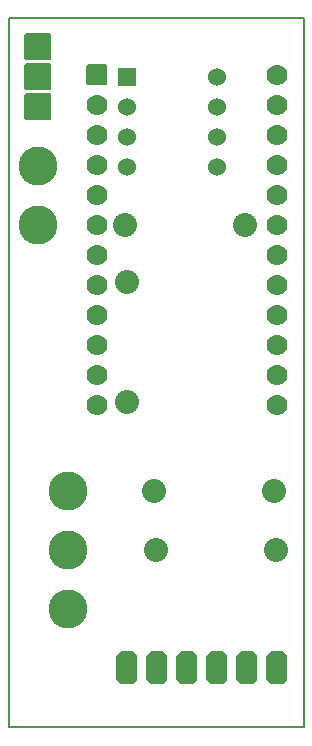
<source format=gbr>
G04 PROTEUS RS274X GERBER FILE*
%FSLAX26Y26*%
%MOIN*%
G01*
%AMPPAD012*
4,1,36,
-0.030000,0.035000,
0.030000,0.035000,
0.031022,0.034900,
0.031968,0.034614,
0.032818,0.034159,
0.033555,0.033555,
0.034159,0.032818,
0.034614,0.031968,
0.034900,0.031022,
0.035000,0.030000,
0.035000,-0.030000,
0.034900,-0.031022,
0.034614,-0.031968,
0.034159,-0.032818,
0.033555,-0.033555,
0.032818,-0.034159,
0.031968,-0.034614,
0.031022,-0.034900,
0.030000,-0.035000,
-0.030000,-0.035000,
-0.031022,-0.034900,
-0.031968,-0.034614,
-0.032818,-0.034159,
-0.033555,-0.033555,
-0.034159,-0.032818,
-0.034614,-0.031968,
-0.034900,-0.031022,
-0.035000,-0.030000,
-0.035000,0.030000,
-0.034900,0.031022,
-0.034614,0.031968,
-0.034159,0.032818,
-0.033555,0.033555,
-0.032818,0.034159,
-0.031968,0.034614,
-0.031022,0.034900,
-0.030000,0.035000,
0*%
%ADD20PPAD012*%
%ADD19C,0.070000*%
%AMPPAD013*
4,1,36,
0.030000,0.025000,
0.030000,-0.025000,
0.029900,-0.026022,
0.029614,-0.026968,
0.029159,-0.027818,
0.028555,-0.028555,
0.027818,-0.029159,
0.026968,-0.029614,
0.026022,-0.029900,
0.025000,-0.030000,
-0.025000,-0.030000,
-0.026022,-0.029900,
-0.026968,-0.029614,
-0.027818,-0.029159,
-0.028555,-0.028555,
-0.029159,-0.027818,
-0.029614,-0.026968,
-0.029900,-0.026022,
-0.030000,-0.025000,
-0.030000,0.025000,
-0.029900,0.026022,
-0.029614,0.026968,
-0.029159,0.027818,
-0.028555,0.028555,
-0.027818,0.029159,
-0.026968,0.029614,
-0.026022,0.029900,
-0.025000,0.030000,
0.025000,0.030000,
0.026022,0.029900,
0.026968,0.029614,
0.027818,0.029159,
0.028555,0.028555,
0.029159,0.027818,
0.029614,0.026968,
0.029900,0.026022,
0.030000,0.025000,
0*%
%ADD21PPAD013*%
%ADD13C,0.060000*%
%AMPPAD014*
4,1,8,
-0.020071,0.055000,
0.020071,0.055000,
0.035000,0.040071,
0.035000,-0.040071,
0.020071,-0.055000,
-0.020071,-0.055000,
-0.035000,-0.040071,
-0.035000,0.040071,
-0.020071,0.055000,
0*%
%ADD22PPAD014*%
%AMPPAD015*
4,1,36,
0.045000,0.040000,
0.045000,-0.040000,
0.044900,-0.041022,
0.044614,-0.041968,
0.044159,-0.042818,
0.043555,-0.043555,
0.042818,-0.044159,
0.041968,-0.044614,
0.041022,-0.044900,
0.040000,-0.045000,
-0.040000,-0.045000,
-0.041022,-0.044900,
-0.041968,-0.044614,
-0.042818,-0.044159,
-0.043555,-0.043555,
-0.044159,-0.042818,
-0.044614,-0.041968,
-0.044900,-0.041022,
-0.045000,-0.040000,
-0.045000,0.040000,
-0.044900,0.041022,
-0.044614,0.041968,
-0.044159,0.042818,
-0.043555,0.043555,
-0.042818,0.044159,
-0.041968,0.044614,
-0.041022,0.044900,
-0.040000,0.045000,
0.040000,0.045000,
0.041022,0.044900,
0.041968,0.044614,
0.042818,0.044159,
0.043555,0.043555,
0.044159,0.042818,
0.044614,0.041968,
0.044900,0.041022,
0.045000,0.040000,
0*%
%ADD23PPAD015*%
%ADD24C,0.130000*%
%ADD25C,0.080000*%
%ADD70C,0.008000*%
D20*
X-98425Y+598425D03*
D19*
X-98425Y+498425D03*
X-98425Y+398425D03*
X-98425Y+298425D03*
X-98425Y+198425D03*
X-98425Y+98425D03*
X-98425Y-1575D03*
X-98425Y-101575D03*
X-98425Y-201575D03*
X-98425Y-301575D03*
X-98425Y-401575D03*
X-98425Y-501575D03*
X+501575Y-501575D03*
X+501575Y-401575D03*
X+501575Y-301575D03*
X+501575Y-201575D03*
X+501575Y-101575D03*
X+501575Y-1575D03*
X+501575Y+98425D03*
X+501575Y+198425D03*
X+501575Y+298425D03*
X+501575Y+398425D03*
X+501575Y+498425D03*
X+501575Y+598425D03*
D21*
X+0Y+590551D03*
D13*
X+0Y+490551D03*
X+0Y+390551D03*
X+0Y+290551D03*
X+300000Y+290551D03*
X+300000Y+390551D03*
X+300000Y+490551D03*
X+300000Y+590551D03*
D22*
X+0Y-1377953D03*
X+100000Y-1377953D03*
X+200000Y-1377953D03*
X+300000Y-1377953D03*
X+400000Y-1377953D03*
X+500000Y-1377953D03*
D23*
X-295276Y+692126D03*
X-295276Y+592126D03*
X-295276Y+492126D03*
D24*
X-295276Y+295276D03*
X-295276Y+98276D03*
X-196850Y-787402D03*
X-196850Y-984402D03*
X-196850Y-1181402D03*
D25*
X+393701Y+98425D03*
X-6299Y+98425D03*
X+0Y-492126D03*
X+0Y-92126D03*
X+492126Y-787402D03*
X+92126Y-787402D03*
X+98425Y-984252D03*
X+498425Y-984252D03*
D70*
X-393701Y-1574803D02*
X+590551Y-1574803D01*
X+590551Y+787402D01*
X-393701Y+787402D01*
X-393701Y-1574803D01*
M02*

</source>
